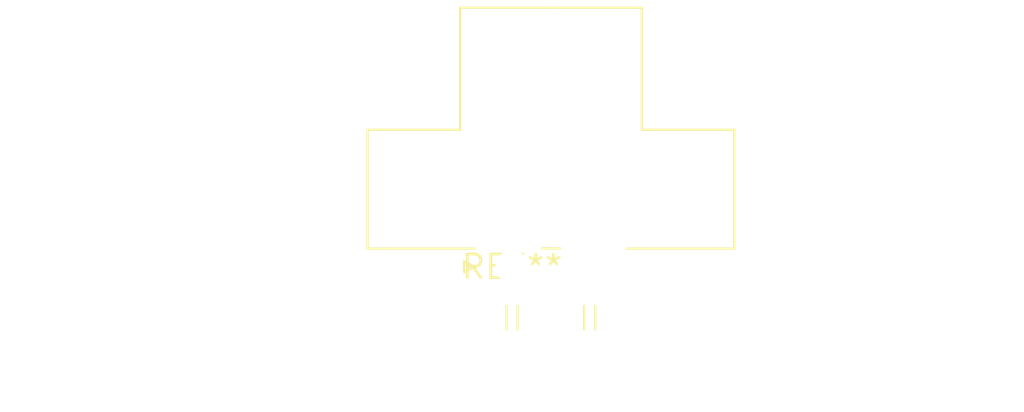
<source format=kicad_pcb>
(kicad_pcb (version 20240108) (generator pcbnew)
  (layers (0 "F.Cu" signal) (31 "B.Cu" signal) (34 "B.Paste" user) (35 "F.Paste" user) (36 "B.SilkS" user "B.Silkscreen") (37 "F.SilkS" user "F.Silkscreen") (38 "B.Mask" user) (39 "F.Mask" user) (44 "Edge.Cuts" user))
  (net 0 "")
  (footprint "Molex_Mini-Fit_Jr_5569-04A1_2x02_P4.20mm_Horizontal" (layer "F.Cu") (at 0 0)
    (property "Reference" "REF**")
    (property "Value" "Molex_Mini-Fit_Jr_5569-04A1_2x02_P4.20mm_Horizontal")
    (fp_line (start -7.81 -7.41) (end -7.81 -0.99) (layer "F.SilkS") (stroke (width 0.12)))
    (fp_line (start -7.81 -0.99) (end -2 -0.99) (layer "F.SilkS") (stroke (width 0.12)))
    (fp_line (start -2.81 -14.01) (end -2.81 -7.41) (layer "F.SilkS") (stroke (width 0.12)))
    (fp_line (start -2.81 -7.41) (end -7.81 -7.41) (layer "F.SilkS") (stroke (width 0.12)))
    (fp_line (start -2.6 -0.3) (end -2 0) (layer "F.SilkS") (stroke (width 0.12)))
    (fp_line (start -2.6 0.3) (end -2.6 -0.3) (layer "F.SilkS") (stroke (width 0.12)))
    (fp_line (start -2 0) (end -2.6 0.3) (layer "F.SilkS") (stroke (width 0.12)))
    (fp_line (start -0.3 2.11) (end -0.3 3.39) (layer "F.SilkS") (stroke (width 0.12)))
    (fp_line (start 0.3 2.11) (end 0.3 3.39) (layer "F.SilkS") (stroke (width 0.12)))
    (fp_line (start 1.61 -1) (end 2.59 -1) (layer "F.SilkS") (stroke (width 0.12)))
    (fp_line (start 2.1 -14.01) (end -2.81 -14.01) (layer "F.SilkS") (stroke (width 0.12)))
    (fp_line (start 2.1 -14.01) (end 7.01 -14.01) (layer "F.SilkS") (stroke (width 0.12)))
    (fp_line (start 3.9 2.11) (end 3.9 3.39) (layer "F.SilkS") (stroke (width 0.12)))
    (fp_line (start 4.5 2.11) (end 4.5 3.39) (layer "F.SilkS") (stroke (width 0.12)))
    (fp_line (start 7.01 -14.01) (end 7.01 -7.41) (layer "F.SilkS") (stroke (width 0.12)))
    (fp_line (start 7.01 -7.41) (end 12.01 -7.41) (layer "F.SilkS") (stroke (width 0.12)))
    (fp_line (start 12.01 -7.41) (end 12.01 -0.99) (layer "F.SilkS") (stroke (width 0.12)))
    (fp_line (start 12.01 -0.99) (end 6.2 -0.99) (layer "F.SilkS") (stroke (width 0.12)))
    (pad "" np_thru_hole circle (at -4.5 -4.2) (size 3.2 3.2) (drill 3.2) (layers *.Cu *.Mask))
    (pad "" np_thru_hole circle (at 8.7 -4.2) (size 3.2 3.2) (drill 3.2) (layers *.Cu *.Mask))
    (pad "1" thru_hole roundrect (at 0 0) (size 2.7 3.7) (drill 1.8) (layers *.Cu *.Mask) (remove_unused_layers) (roundrect_rratio 0.092593))
    (pad "2" thru_hole oval (at 4.2 0) (size 2.7 3.7) (drill 1.8) (layers *.Cu *.Mask) (remove_unused_layers))
    (pad "3" thru_hole oval (at 0 5.5) (size 2.7 3.7) (drill 1.8) (layers *.Cu *.Mask) (remove_unused_layers))
    (pad "4" thru_hole oval (at 4.2 5.5) (size 2.7 3.7) (drill 1.8) (layers *.Cu *.Mask) (remove_unused_layers))
  )
)
</source>
